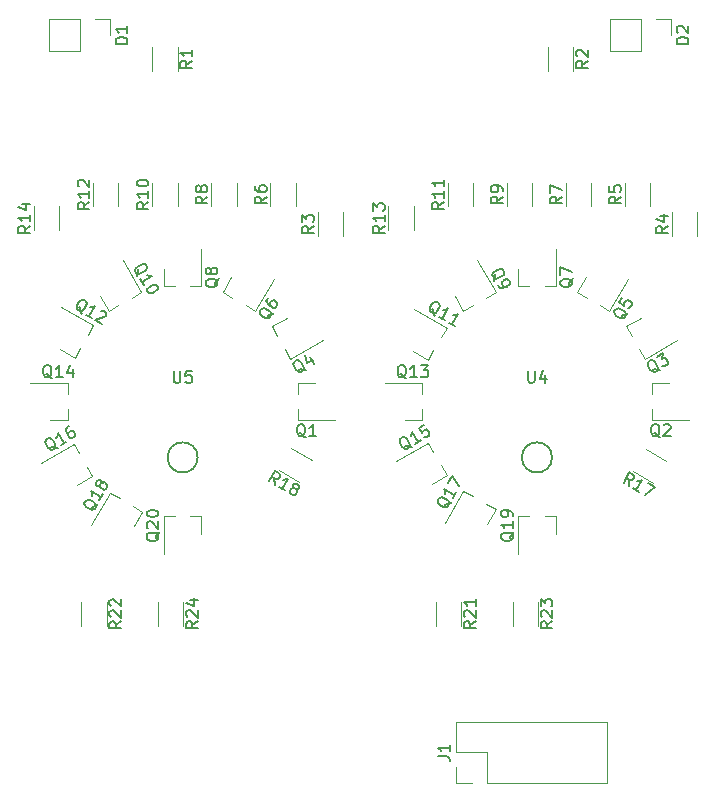
<source format=gto>
G04 #@! TF.GenerationSoftware,KiCad,Pcbnew,(5.0.0-rc2-dev-756-g45dad4ded)*
G04 #@! TF.CreationDate,2018-06-12T00:49:01-07:00*
G04 #@! TF.ProjectId,Mod-IN2-Nix-Dis,4D6F642D494E322D4E69782D4469732E,rev?*
G04 #@! TF.SameCoordinates,Original*
G04 #@! TF.FileFunction,Legend,Top*
G04 #@! TF.FilePolarity,Positive*
%FSLAX46Y46*%
G04 Gerber Fmt 4.6, Leading zero omitted, Abs format (unit mm)*
G04 Created by KiCad (PCBNEW (5.0.0-rc2-dev-756-g45dad4ded)) date 06/12/18 00:49:01*
%MOMM*%
%LPD*%
G01*
G04 APERTURE LIST*
%ADD10C,0.120000*%
%ADD11C,0.150000*%
G04 APERTURE END LIST*
D10*
G04 #@! TO.C,J1*
X175970000Y-123330000D02*
X175970000Y-118130000D01*
X165750000Y-123330000D02*
X175970000Y-123330000D01*
X163150000Y-118130000D02*
X175970000Y-118130000D01*
X165750000Y-123330000D02*
X165750000Y-120730000D01*
X165750000Y-120730000D02*
X163150000Y-120730000D01*
X163150000Y-120730000D02*
X163150000Y-118130000D01*
X164480000Y-123330000D02*
X163150000Y-123330000D01*
X163150000Y-123330000D02*
X163150000Y-122000000D01*
G04 #@! TO.C,Q1*
X149740000Y-89420000D02*
X149740000Y-90350000D01*
X149740000Y-92580000D02*
X149740000Y-91650000D01*
X149740000Y-92580000D02*
X152900000Y-92580000D01*
X149740000Y-89420000D02*
X151200000Y-89420000D01*
G04 #@! TO.C,Q2*
X179740000Y-89420000D02*
X179740000Y-90350000D01*
X179740000Y-92580000D02*
X179740000Y-91650000D01*
X179740000Y-92580000D02*
X182900000Y-92580000D01*
X179740000Y-89420000D02*
X181200000Y-89420000D01*
G04 #@! TO.C,Q3*
X177550859Y-84661680D02*
X178015859Y-85467083D01*
X179130859Y-87398320D02*
X178665859Y-86592917D01*
X179130859Y-87398320D02*
X181867499Y-85818320D01*
X177550859Y-84661680D02*
X178815256Y-83931680D01*
G04 #@! TO.C,Q4*
X147550859Y-84661680D02*
X148015859Y-85467083D01*
X149130859Y-87398320D02*
X148665859Y-86592917D01*
X149130859Y-87398320D02*
X151867499Y-85818320D01*
X147550859Y-84661680D02*
X148815256Y-83931680D01*
G04 #@! TO.C,Q5*
X173401680Y-81769141D02*
X174207083Y-82234141D01*
X176138320Y-83349141D02*
X175332917Y-82884141D01*
X176138320Y-83349141D02*
X177718320Y-80612501D01*
X173401680Y-81769141D02*
X174131680Y-80504744D01*
G04 #@! TO.C,Q6*
X143401680Y-81769141D02*
X144207083Y-82234141D01*
X146138320Y-83349141D02*
X145332917Y-82884141D01*
X146138320Y-83349141D02*
X147718320Y-80612501D01*
X143401680Y-81769141D02*
X144131680Y-80504744D01*
G04 #@! TO.C,Q7*
X168420000Y-81260000D02*
X169350000Y-81260000D01*
X171580000Y-81260000D02*
X170650000Y-81260000D01*
X171580000Y-81260000D02*
X171580000Y-78100000D01*
X168420000Y-81260000D02*
X168420000Y-79800000D01*
G04 #@! TO.C,Q8*
X138420000Y-81260000D02*
X139350000Y-81260000D01*
X141580000Y-81260000D02*
X140650000Y-81260000D01*
X141580000Y-81260000D02*
X141580000Y-78100000D01*
X138420000Y-81260000D02*
X138420000Y-79800000D01*
G04 #@! TO.C,Q9*
X163761680Y-83349141D02*
X164567083Y-82884141D01*
X166498320Y-81769141D02*
X165692917Y-82234141D01*
X166498320Y-81769141D02*
X164918320Y-79032501D01*
X163761680Y-83349141D02*
X163031680Y-82084744D01*
G04 #@! TO.C,Q10*
X133761680Y-83349141D02*
X134567083Y-82884141D01*
X136498320Y-81769141D02*
X135692917Y-82234141D01*
X136498320Y-81769141D02*
X134918320Y-79032501D01*
X133761680Y-83349141D02*
X133031680Y-82084744D01*
G04 #@! TO.C,Q11*
X160769141Y-87498320D02*
X161234141Y-86692917D01*
X162349141Y-84761680D02*
X161884141Y-85567083D01*
X162349141Y-84761680D02*
X159612501Y-83181680D01*
X160769141Y-87498320D02*
X159504744Y-86768320D01*
G04 #@! TO.C,Q12*
X130869141Y-87298320D02*
X131334141Y-86492917D01*
X132449141Y-84561680D02*
X131984141Y-85367083D01*
X132449141Y-84561680D02*
X129712501Y-82981680D01*
X130869141Y-87298320D02*
X129604744Y-86568320D01*
G04 #@! TO.C,Q13*
X160260000Y-92580000D02*
X160260000Y-91650000D01*
X160260000Y-89420000D02*
X160260000Y-90350000D01*
X160260000Y-89420000D02*
X157100000Y-89420000D01*
X160260000Y-92580000D02*
X158800000Y-92580000D01*
G04 #@! TO.C,Q14*
X130260000Y-92580000D02*
X130260000Y-91650000D01*
X130260000Y-89420000D02*
X130260000Y-90350000D01*
X130260000Y-89420000D02*
X127100000Y-89420000D01*
X130260000Y-92580000D02*
X128800000Y-92580000D01*
G04 #@! TO.C,Q15*
X162349141Y-97238320D02*
X161884141Y-96432917D01*
X160769141Y-94501680D02*
X161234141Y-95307083D01*
X160769141Y-94501680D02*
X158032501Y-96081680D01*
X162349141Y-97238320D02*
X161084744Y-97968320D01*
G04 #@! TO.C,Q16*
X132349141Y-97338320D02*
X131884141Y-96532917D01*
X130769141Y-94601680D02*
X131234141Y-95407083D01*
X130769141Y-94601680D02*
X128032501Y-96181680D01*
X132349141Y-97338320D02*
X131084744Y-98068320D01*
G04 #@! TO.C,Q17*
X166498320Y-100131821D02*
X165692917Y-99666821D01*
X163761680Y-98551821D02*
X164567083Y-99016821D01*
X163761680Y-98551821D02*
X162181680Y-101288461D01*
X166498320Y-100131821D02*
X165768320Y-101396218D01*
G04 #@! TO.C,Q18*
X136598320Y-100330859D02*
X135792917Y-99865859D01*
X133861680Y-98750859D02*
X134667083Y-99215859D01*
X133861680Y-98750859D02*
X132281680Y-101487499D01*
X136598320Y-100330859D02*
X135868320Y-101595256D01*
G04 #@! TO.C,Q19*
X171580000Y-100740000D02*
X170650000Y-100740000D01*
X168420000Y-100740000D02*
X169350000Y-100740000D01*
X168420000Y-100740000D02*
X168420000Y-103900000D01*
X171580000Y-100740000D02*
X171580000Y-102200000D01*
G04 #@! TO.C,Q20*
X141580000Y-100740000D02*
X140650000Y-100740000D01*
X138420000Y-100740000D02*
X139350000Y-100740000D01*
X138420000Y-100740000D02*
X138420000Y-103900000D01*
X141580000Y-100740000D02*
X141580000Y-102200000D01*
G04 #@! TO.C,R1*
X137430000Y-63000000D02*
X137430000Y-61000000D01*
X139570000Y-61000000D02*
X139570000Y-63000000D01*
G04 #@! TO.C,R2*
X170930000Y-63000000D02*
X170930000Y-61000000D01*
X173070000Y-61000000D02*
X173070000Y-63000000D01*
G04 #@! TO.C,R3*
X153570000Y-75000000D02*
X153570000Y-77000000D01*
X151430000Y-77000000D02*
X151430000Y-75000000D01*
G04 #@! TO.C,R4*
X183570000Y-75000000D02*
X183570000Y-77000000D01*
X181430000Y-77000000D02*
X181430000Y-75000000D01*
G04 #@! TO.C,R5*
X179570000Y-72500000D02*
X179570000Y-74500000D01*
X177430000Y-74500000D02*
X177430000Y-72500000D01*
G04 #@! TO.C,R6*
X149570000Y-72500000D02*
X149570000Y-74500000D01*
X147430000Y-74500000D02*
X147430000Y-72500000D01*
G04 #@! TO.C,R7*
X174570000Y-72500000D02*
X174570000Y-74500000D01*
X172430000Y-74500000D02*
X172430000Y-72500000D01*
G04 #@! TO.C,R8*
X144570000Y-72500000D02*
X144570000Y-74500000D01*
X142430000Y-74500000D02*
X142430000Y-72500000D01*
G04 #@! TO.C,R9*
X169570000Y-72500000D02*
X169570000Y-74500000D01*
X167430000Y-74500000D02*
X167430000Y-72500000D01*
G04 #@! TO.C,R10*
X139570000Y-72500000D02*
X139570000Y-74500000D01*
X137430000Y-74500000D02*
X137430000Y-72500000D01*
G04 #@! TO.C,R11*
X164570000Y-72500000D02*
X164570000Y-74500000D01*
X162430000Y-74500000D02*
X162430000Y-72500000D01*
G04 #@! TO.C,R12*
X134570000Y-72500000D02*
X134570000Y-74500000D01*
X132430000Y-74500000D02*
X132430000Y-72500000D01*
G04 #@! TO.C,R13*
X159570000Y-74500000D02*
X159570000Y-76500000D01*
X157430000Y-76500000D02*
X157430000Y-74500000D01*
G04 #@! TO.C,R14*
X129570000Y-74500000D02*
X129570000Y-76500000D01*
X127430000Y-76500000D02*
X127430000Y-74500000D01*
G04 #@! TO.C,R17*
X179201026Y-95073353D02*
X180933076Y-96073353D01*
X179863076Y-97926647D02*
X178131026Y-96926647D01*
G04 #@! TO.C,R18*
X149201026Y-94973353D02*
X150933076Y-95973353D01*
X149863076Y-97826647D02*
X148131026Y-96826647D01*
G04 #@! TO.C,R21*
X161430000Y-110000000D02*
X161430000Y-108000000D01*
X163570000Y-108000000D02*
X163570000Y-110000000D01*
G04 #@! TO.C,R22*
X131430000Y-110000000D02*
X131430000Y-108000000D01*
X133570000Y-108000000D02*
X133570000Y-110000000D01*
G04 #@! TO.C,R23*
X167930000Y-110000000D02*
X167930000Y-108000000D01*
X170070000Y-108000000D02*
X170070000Y-110000000D01*
G04 #@! TO.C,R24*
X137930000Y-110000000D02*
X137930000Y-108000000D01*
X140070000Y-108000000D02*
X140070000Y-110000000D01*
D11*
G04 #@! TO.C,U5*
X141274755Y-95750000D02*
G75*
G03X141274755Y-95750000I-1274755J0D01*
G01*
G04 #@! TO.C,U4*
X171274755Y-95750000D02*
G75*
G03X171274755Y-95750000I-1274755J0D01*
G01*
D10*
G04 #@! TO.C,D1*
X128670000Y-58670000D02*
X128670000Y-61330000D01*
X131270000Y-58670000D02*
X128670000Y-58670000D01*
X131270000Y-61330000D02*
X128670000Y-61330000D01*
X131270000Y-58670000D02*
X131270000Y-61330000D01*
X132540000Y-58670000D02*
X133870000Y-58670000D01*
X133870000Y-58670000D02*
X133870000Y-60000000D01*
G04 #@! TO.C,D2*
X176170000Y-58670000D02*
X176170000Y-61330000D01*
X178770000Y-58670000D02*
X176170000Y-58670000D01*
X178770000Y-61330000D02*
X176170000Y-61330000D01*
X178770000Y-58670000D02*
X178770000Y-61330000D01*
X180040000Y-58670000D02*
X181370000Y-58670000D01*
X181370000Y-58670000D02*
X181370000Y-60000000D01*
G04 #@! TO.C,J1*
D11*
X161602380Y-121063333D02*
X162316666Y-121063333D01*
X162459523Y-121110952D01*
X162554761Y-121206190D01*
X162602380Y-121349047D01*
X162602380Y-121444285D01*
X162602380Y-120063333D02*
X162602380Y-120634761D01*
X162602380Y-120349047D02*
X161602380Y-120349047D01*
X161745238Y-120444285D01*
X161840476Y-120539523D01*
X161888095Y-120634761D01*
G04 #@! TO.C,Q1*
X150404761Y-94047619D02*
X150309523Y-94000000D01*
X150214285Y-93904761D01*
X150071428Y-93761904D01*
X149976190Y-93714285D01*
X149880952Y-93714285D01*
X149928571Y-93952380D02*
X149833333Y-93904761D01*
X149738095Y-93809523D01*
X149690476Y-93619047D01*
X149690476Y-93285714D01*
X149738095Y-93095238D01*
X149833333Y-93000000D01*
X149928571Y-92952380D01*
X150119047Y-92952380D01*
X150214285Y-93000000D01*
X150309523Y-93095238D01*
X150357142Y-93285714D01*
X150357142Y-93619047D01*
X150309523Y-93809523D01*
X150214285Y-93904761D01*
X150119047Y-93952380D01*
X149928571Y-93952380D01*
X151309523Y-93952380D02*
X150738095Y-93952380D01*
X151023809Y-93952380D02*
X151023809Y-92952380D01*
X150928571Y-93095238D01*
X150833333Y-93190476D01*
X150738095Y-93238095D01*
G04 #@! TO.C,Q2*
X180404761Y-94047619D02*
X180309523Y-94000000D01*
X180214285Y-93904761D01*
X180071428Y-93761904D01*
X179976190Y-93714285D01*
X179880952Y-93714285D01*
X179928571Y-93952380D02*
X179833333Y-93904761D01*
X179738095Y-93809523D01*
X179690476Y-93619047D01*
X179690476Y-93285714D01*
X179738095Y-93095238D01*
X179833333Y-93000000D01*
X179928571Y-92952380D01*
X180119047Y-92952380D01*
X180214285Y-93000000D01*
X180309523Y-93095238D01*
X180357142Y-93285714D01*
X180357142Y-93619047D01*
X180309523Y-93809523D01*
X180214285Y-93904761D01*
X180119047Y-93952380D01*
X179928571Y-93952380D01*
X180738095Y-93047619D02*
X180785714Y-93000000D01*
X180880952Y-92952380D01*
X181119047Y-92952380D01*
X181214285Y-93000000D01*
X181261904Y-93047619D01*
X181309523Y-93142857D01*
X181309523Y-93238095D01*
X181261904Y-93380952D01*
X180690476Y-93952380D01*
X181309523Y-93952380D01*
G04 #@! TO.C,Q3*
X180440368Y-88336935D02*
X180334080Y-88343314D01*
X180203983Y-88308455D01*
X180008836Y-88256165D01*
X179902548Y-88262545D01*
X179820069Y-88310164D01*
X179980356Y-88492551D02*
X179874068Y-88498931D01*
X179743971Y-88464071D01*
X179607493Y-88322924D01*
X179440826Y-88034249D01*
X179386828Y-87845482D01*
X179421687Y-87715384D01*
X179480356Y-87626526D01*
X179645314Y-87531288D01*
X179751602Y-87524908D01*
X179881699Y-87559768D01*
X180018177Y-87700915D01*
X180184843Y-87989590D01*
X180238842Y-88178357D01*
X180203983Y-88308455D01*
X180145314Y-88397313D01*
X179980356Y-88492551D01*
X180140185Y-87245573D02*
X180676296Y-86936050D01*
X180578097Y-87432631D01*
X180701815Y-87361202D01*
X180808103Y-87354822D01*
X180873152Y-87372252D01*
X180962010Y-87430921D01*
X181081058Y-87637118D01*
X181087438Y-87743406D01*
X181070008Y-87808455D01*
X181011339Y-87897313D01*
X180763903Y-88040170D01*
X180657615Y-88046550D01*
X180592566Y-88029120D01*
G04 #@! TO.C,Q4*
X150440368Y-88336935D02*
X150334080Y-88343314D01*
X150203983Y-88308455D01*
X150008836Y-88256165D01*
X149902548Y-88262545D01*
X149820069Y-88310164D01*
X149980356Y-88492551D02*
X149874068Y-88498931D01*
X149743971Y-88464071D01*
X149607493Y-88322924D01*
X149440826Y-88034249D01*
X149386828Y-87845482D01*
X149421687Y-87715384D01*
X149480356Y-87626526D01*
X149645314Y-87531288D01*
X149751602Y-87524908D01*
X149881699Y-87559768D01*
X150018177Y-87700915D01*
X150184843Y-87989590D01*
X150238842Y-88178357D01*
X150203983Y-88308455D01*
X150145314Y-88397313D01*
X149980356Y-88492551D01*
X150760484Y-87272344D02*
X151093818Y-87849694D01*
X150363812Y-87061477D02*
X150514758Y-87799114D01*
X151050869Y-87489590D01*
G04 #@! TO.C,Q5*
X177741696Y-83507250D02*
X177652838Y-83565919D01*
X177522740Y-83600778D01*
X177327594Y-83653068D01*
X177238736Y-83711737D01*
X177191117Y-83794215D01*
X177421123Y-83872024D02*
X177332264Y-83930693D01*
X177202167Y-83965552D01*
X177013400Y-83911553D01*
X176724725Y-83744887D01*
X176583577Y-83608409D01*
X176548717Y-83478312D01*
X176555097Y-83372024D01*
X176650335Y-83207066D01*
X176739194Y-83148397D01*
X176869291Y-83113538D01*
X177058058Y-83167537D01*
X177346733Y-83334203D01*
X177487881Y-83470681D01*
X177522740Y-83600778D01*
X177516361Y-83707066D01*
X177421123Y-83872024D01*
X177221764Y-82217323D02*
X176983669Y-82629716D01*
X177372252Y-82909051D01*
X177354822Y-82844002D01*
X177361202Y-82737714D01*
X177480250Y-82531517D01*
X177569108Y-82472848D01*
X177634157Y-82455418D01*
X177740445Y-82461798D01*
X177946642Y-82580846D01*
X178005311Y-82669704D01*
X178022740Y-82734753D01*
X178016361Y-82841041D01*
X177897313Y-83047238D01*
X177808455Y-83105907D01*
X177743406Y-83123336D01*
G04 #@! TO.C,Q6*
X147741696Y-83507250D02*
X147652838Y-83565919D01*
X147522740Y-83600778D01*
X147327594Y-83653068D01*
X147238736Y-83711737D01*
X147191117Y-83794215D01*
X147421123Y-83872024D02*
X147332264Y-83930693D01*
X147202167Y-83965552D01*
X147013400Y-83911553D01*
X146724725Y-83744887D01*
X146583577Y-83608409D01*
X146548717Y-83478312D01*
X146555097Y-83372024D01*
X146650335Y-83207066D01*
X146739194Y-83148397D01*
X146869291Y-83113538D01*
X147058058Y-83167537D01*
X147346733Y-83334203D01*
X147487881Y-83470681D01*
X147522740Y-83600778D01*
X147516361Y-83707066D01*
X147421123Y-83872024D01*
X147197954Y-82258562D02*
X147102716Y-82423520D01*
X147096337Y-82529808D01*
X147113766Y-82594857D01*
X147189865Y-82748764D01*
X147331013Y-82885241D01*
X147660927Y-83075717D01*
X147767215Y-83082097D01*
X147832264Y-83064667D01*
X147921123Y-83005998D01*
X148016361Y-82841041D01*
X148022740Y-82734753D01*
X148005311Y-82669704D01*
X147946642Y-82580846D01*
X147740445Y-82461798D01*
X147634157Y-82455418D01*
X147569108Y-82472848D01*
X147480250Y-82531517D01*
X147385012Y-82696474D01*
X147378632Y-82802763D01*
X147396062Y-82867811D01*
X147454731Y-82956670D01*
G04 #@! TO.C,Q7*
X173047619Y-80595238D02*
X173000000Y-80690476D01*
X172904761Y-80785714D01*
X172761904Y-80928571D01*
X172714285Y-81023809D01*
X172714285Y-81119047D01*
X172952380Y-81071428D02*
X172904761Y-81166666D01*
X172809523Y-81261904D01*
X172619047Y-81309523D01*
X172285714Y-81309523D01*
X172095238Y-81261904D01*
X172000000Y-81166666D01*
X171952380Y-81071428D01*
X171952380Y-80880952D01*
X172000000Y-80785714D01*
X172095238Y-80690476D01*
X172285714Y-80642857D01*
X172619047Y-80642857D01*
X172809523Y-80690476D01*
X172904761Y-80785714D01*
X172952380Y-80880952D01*
X172952380Y-81071428D01*
X171952380Y-80309523D02*
X171952380Y-79642857D01*
X172952380Y-80071428D01*
G04 #@! TO.C,Q8*
X143047619Y-80595238D02*
X143000000Y-80690476D01*
X142904761Y-80785714D01*
X142761904Y-80928571D01*
X142714285Y-81023809D01*
X142714285Y-81119047D01*
X142952380Y-81071428D02*
X142904761Y-81166666D01*
X142809523Y-81261904D01*
X142619047Y-81309523D01*
X142285714Y-81309523D01*
X142095238Y-81261904D01*
X142000000Y-81166666D01*
X141952380Y-81071428D01*
X141952380Y-80880952D01*
X142000000Y-80785714D01*
X142095238Y-80690476D01*
X142285714Y-80642857D01*
X142619047Y-80642857D01*
X142809523Y-80690476D01*
X142904761Y-80785714D01*
X142952380Y-80880952D01*
X142952380Y-81071428D01*
X142380952Y-80071428D02*
X142333333Y-80166666D01*
X142285714Y-80214285D01*
X142190476Y-80261904D01*
X142142857Y-80261904D01*
X142047619Y-80214285D01*
X142000000Y-80166666D01*
X141952380Y-80071428D01*
X141952380Y-79880952D01*
X142000000Y-79785714D01*
X142047619Y-79738095D01*
X142142857Y-79690476D01*
X142190476Y-79690476D01*
X142285714Y-79738095D01*
X142333333Y-79785714D01*
X142380952Y-79880952D01*
X142380952Y-80071428D01*
X142428571Y-80166666D01*
X142476190Y-80214285D01*
X142571428Y-80261904D01*
X142761904Y-80261904D01*
X142857142Y-80214285D01*
X142904761Y-80166666D01*
X142952380Y-80071428D01*
X142952380Y-79880952D01*
X142904761Y-79785714D01*
X142857142Y-79738095D01*
X142761904Y-79690476D01*
X142571428Y-79690476D01*
X142476190Y-79738095D01*
X142428571Y-79785714D01*
X142380952Y-79880952D01*
G04 #@! TO.C,Q9*
X166393192Y-80842292D02*
X166386813Y-80736004D01*
X166421672Y-80605907D01*
X166473962Y-80410760D01*
X166467582Y-80304472D01*
X166419963Y-80221993D01*
X166237576Y-80382280D02*
X166231196Y-80275992D01*
X166266056Y-80145895D01*
X166407203Y-80009417D01*
X166695878Y-79842750D01*
X166884645Y-79788752D01*
X167014743Y-79823611D01*
X167103601Y-79882280D01*
X167198839Y-80047238D01*
X167205219Y-80153526D01*
X167170359Y-80283623D01*
X167029212Y-80420101D01*
X166740537Y-80586767D01*
X166551770Y-80640766D01*
X166421672Y-80605907D01*
X166332814Y-80547238D01*
X166237576Y-80382280D01*
X166689957Y-81165827D02*
X166785195Y-81330784D01*
X166874053Y-81389453D01*
X166939102Y-81406883D01*
X167110439Y-81417933D01*
X167299206Y-81363934D01*
X167629120Y-81173458D01*
X167687789Y-81084600D01*
X167705219Y-81019551D01*
X167698839Y-80913263D01*
X167603601Y-80748306D01*
X167514743Y-80689637D01*
X167449694Y-80672207D01*
X167343406Y-80678587D01*
X167137209Y-80797634D01*
X167078540Y-80886493D01*
X167061111Y-80951541D01*
X167067490Y-81057830D01*
X167162728Y-81222787D01*
X167251587Y-81281456D01*
X167316636Y-81298886D01*
X167422924Y-81292506D01*
G04 #@! TO.C,Q10*
X136155097Y-80429899D02*
X136148717Y-80323611D01*
X136183577Y-80193514D01*
X136235866Y-79998367D01*
X136229487Y-79892079D01*
X136181868Y-79809600D01*
X135999481Y-79969887D02*
X135993101Y-79863599D01*
X136027960Y-79733501D01*
X136169108Y-79597024D01*
X136457783Y-79430357D01*
X136646550Y-79376359D01*
X136776648Y-79411218D01*
X136865506Y-79469887D01*
X136960744Y-79634844D01*
X136967124Y-79741133D01*
X136932264Y-79871230D01*
X136791117Y-80007708D01*
X136502441Y-80174374D01*
X136313675Y-80228373D01*
X136183577Y-80193514D01*
X136094719Y-80134844D01*
X135999481Y-79969887D01*
X136689957Y-81165827D02*
X136404242Y-80670955D01*
X136547100Y-80918391D02*
X137413125Y-80418391D01*
X137241788Y-80407341D01*
X137111690Y-80372482D01*
X137022832Y-80313813D01*
X137865506Y-81201938D02*
X137913125Y-81284417D01*
X137919505Y-81390705D01*
X137902075Y-81455754D01*
X137843406Y-81544612D01*
X137702258Y-81681089D01*
X137496062Y-81800137D01*
X137307295Y-81854136D01*
X137201007Y-81860516D01*
X137135958Y-81843086D01*
X137047100Y-81784417D01*
X136999481Y-81701938D01*
X136993101Y-81595650D01*
X137010531Y-81530601D01*
X137069200Y-81441743D01*
X137210347Y-81305265D01*
X137416544Y-81186218D01*
X137605311Y-81132219D01*
X137711599Y-81125839D01*
X137776648Y-81143269D01*
X137865506Y-81201938D01*
G04 #@! TO.C,Q11*
X161382280Y-83773473D02*
X161323611Y-83684615D01*
X161288752Y-83554517D01*
X161236462Y-83359371D01*
X161177793Y-83270512D01*
X161095315Y-83222893D01*
X161017506Y-83452899D02*
X160958837Y-83364041D01*
X160923978Y-83233943D01*
X160977976Y-83045177D01*
X161144643Y-82756501D01*
X161281121Y-82615354D01*
X161411218Y-82580494D01*
X161517506Y-82586874D01*
X161682464Y-82682112D01*
X161741133Y-82770970D01*
X161775992Y-82901068D01*
X161721993Y-83089835D01*
X161555327Y-83378510D01*
X161418849Y-83519658D01*
X161288752Y-83554517D01*
X161182464Y-83548137D01*
X161017506Y-83452899D01*
X162213446Y-84143376D02*
X161718574Y-83857661D01*
X161966010Y-84000518D02*
X162466010Y-83134493D01*
X162312103Y-83210592D01*
X162182005Y-83245451D01*
X162075717Y-83239072D01*
X163038232Y-84619566D02*
X162543361Y-84333852D01*
X162790796Y-84476709D02*
X163290796Y-83610683D01*
X163136889Y-83686782D01*
X163006792Y-83721642D01*
X162900503Y-83715262D01*
G04 #@! TO.C,Q12*
X131482280Y-83573473D02*
X131423611Y-83484615D01*
X131388752Y-83354517D01*
X131336462Y-83159371D01*
X131277793Y-83070512D01*
X131195315Y-83022893D01*
X131117506Y-83252899D02*
X131058837Y-83164041D01*
X131023978Y-83033943D01*
X131077976Y-82845177D01*
X131244643Y-82556501D01*
X131381121Y-82415354D01*
X131511218Y-82380494D01*
X131617506Y-82386874D01*
X131782464Y-82482112D01*
X131841133Y-82570970D01*
X131875992Y-82701068D01*
X131821993Y-82889835D01*
X131655327Y-83178510D01*
X131518849Y-83319658D01*
X131388752Y-83354517D01*
X131282464Y-83348137D01*
X131117506Y-83252899D01*
X132313446Y-83943376D02*
X131818574Y-83657661D01*
X132066010Y-83800518D02*
X132566010Y-82934493D01*
X132412103Y-83010592D01*
X132282005Y-83045451D01*
X132175717Y-83039072D01*
X133095742Y-83350305D02*
X133160790Y-83332875D01*
X133267079Y-83339255D01*
X133473275Y-83458303D01*
X133531944Y-83547161D01*
X133549374Y-83612210D01*
X133542994Y-83718498D01*
X133495375Y-83800976D01*
X133382707Y-83900885D01*
X132602121Y-84110042D01*
X133138232Y-84419566D01*
G04 #@! TO.C,Q13*
X158928571Y-89047619D02*
X158833333Y-89000000D01*
X158738095Y-88904761D01*
X158595238Y-88761904D01*
X158500000Y-88714285D01*
X158404761Y-88714285D01*
X158452380Y-88952380D02*
X158357142Y-88904761D01*
X158261904Y-88809523D01*
X158214285Y-88619047D01*
X158214285Y-88285714D01*
X158261904Y-88095238D01*
X158357142Y-88000000D01*
X158452380Y-87952380D01*
X158642857Y-87952380D01*
X158738095Y-88000000D01*
X158833333Y-88095238D01*
X158880952Y-88285714D01*
X158880952Y-88619047D01*
X158833333Y-88809523D01*
X158738095Y-88904761D01*
X158642857Y-88952380D01*
X158452380Y-88952380D01*
X159833333Y-88952380D02*
X159261904Y-88952380D01*
X159547619Y-88952380D02*
X159547619Y-87952380D01*
X159452380Y-88095238D01*
X159357142Y-88190476D01*
X159261904Y-88238095D01*
X160166666Y-87952380D02*
X160785714Y-87952380D01*
X160452380Y-88333333D01*
X160595238Y-88333333D01*
X160690476Y-88380952D01*
X160738095Y-88428571D01*
X160785714Y-88523809D01*
X160785714Y-88761904D01*
X160738095Y-88857142D01*
X160690476Y-88904761D01*
X160595238Y-88952380D01*
X160309523Y-88952380D01*
X160214285Y-88904761D01*
X160166666Y-88857142D01*
G04 #@! TO.C,Q14*
X128928571Y-89047619D02*
X128833333Y-89000000D01*
X128738095Y-88904761D01*
X128595238Y-88761904D01*
X128500000Y-88714285D01*
X128404761Y-88714285D01*
X128452380Y-88952380D02*
X128357142Y-88904761D01*
X128261904Y-88809523D01*
X128214285Y-88619047D01*
X128214285Y-88285714D01*
X128261904Y-88095238D01*
X128357142Y-88000000D01*
X128452380Y-87952380D01*
X128642857Y-87952380D01*
X128738095Y-88000000D01*
X128833333Y-88095238D01*
X128880952Y-88285714D01*
X128880952Y-88619047D01*
X128833333Y-88809523D01*
X128738095Y-88904761D01*
X128642857Y-88952380D01*
X128452380Y-88952380D01*
X129833333Y-88952380D02*
X129261904Y-88952380D01*
X129547619Y-88952380D02*
X129547619Y-87952380D01*
X129452380Y-88095238D01*
X129357142Y-88190476D01*
X129261904Y-88238095D01*
X130690476Y-88285714D02*
X130690476Y-88952380D01*
X130452380Y-87904761D02*
X130214285Y-88619047D01*
X130833333Y-88619047D01*
G04 #@! TO.C,Q15*
X159429899Y-94844902D02*
X159323611Y-94851282D01*
X159193514Y-94816422D01*
X158998367Y-94764133D01*
X158892079Y-94770512D01*
X158809600Y-94818131D01*
X158969887Y-95000518D02*
X158863599Y-95006898D01*
X158733501Y-94972039D01*
X158597024Y-94830891D01*
X158430357Y-94542216D01*
X158376359Y-94353449D01*
X158411218Y-94223351D01*
X158469887Y-94134493D01*
X158634844Y-94039255D01*
X158741133Y-94032875D01*
X158871230Y-94067735D01*
X159007708Y-94208882D01*
X159174374Y-94497558D01*
X159228373Y-94686324D01*
X159193514Y-94816422D01*
X159134844Y-94905280D01*
X158969887Y-95000518D01*
X160165827Y-94310042D02*
X159670955Y-94595757D01*
X159918391Y-94452899D02*
X159418391Y-93586874D01*
X159407341Y-93758211D01*
X159372482Y-93888309D01*
X159313813Y-93977167D01*
X160449374Y-92991636D02*
X160036981Y-93229731D01*
X160233837Y-93665934D01*
X160251267Y-93600885D01*
X160309936Y-93512027D01*
X160516132Y-93392979D01*
X160622420Y-93386599D01*
X160687469Y-93404029D01*
X160776327Y-93462698D01*
X160895375Y-93668895D01*
X160901755Y-93775183D01*
X160884325Y-93840231D01*
X160825656Y-93929090D01*
X160619459Y-94048137D01*
X160513171Y-94054517D01*
X160448123Y-94037087D01*
G04 #@! TO.C,Q16*
X129429899Y-94944902D02*
X129323611Y-94951282D01*
X129193514Y-94916422D01*
X128998367Y-94864133D01*
X128892079Y-94870512D01*
X128809600Y-94918131D01*
X128969887Y-95100518D02*
X128863599Y-95106898D01*
X128733501Y-95072039D01*
X128597024Y-94930891D01*
X128430357Y-94642216D01*
X128376359Y-94453449D01*
X128411218Y-94323351D01*
X128469887Y-94234493D01*
X128634844Y-94139255D01*
X128741133Y-94132875D01*
X128871230Y-94167735D01*
X129007708Y-94308882D01*
X129174374Y-94597558D01*
X129228373Y-94786324D01*
X129193514Y-94916422D01*
X129134844Y-95005280D01*
X128969887Y-95100518D01*
X130165827Y-94410042D02*
X129670955Y-94695757D01*
X129918391Y-94552899D02*
X129418391Y-93686874D01*
X129407341Y-93858211D01*
X129372482Y-93988309D01*
X129313813Y-94077167D01*
X130408135Y-93115445D02*
X130243177Y-93210683D01*
X130184508Y-93299542D01*
X130167079Y-93364591D01*
X130156028Y-93535928D01*
X130210027Y-93724694D01*
X130400503Y-94054609D01*
X130489362Y-94113278D01*
X130554411Y-94130708D01*
X130660699Y-94124328D01*
X130825656Y-94029090D01*
X130884325Y-93940231D01*
X130901755Y-93875183D01*
X130895375Y-93768895D01*
X130776327Y-93562698D01*
X130687469Y-93504029D01*
X130622420Y-93486599D01*
X130516132Y-93492979D01*
X130351175Y-93588217D01*
X130292506Y-93677075D01*
X130275076Y-93742124D01*
X130281456Y-93848412D01*
G04 #@! TO.C,Q17*
X162773473Y-99518681D02*
X162684615Y-99577350D01*
X162554517Y-99612209D01*
X162359371Y-99664499D01*
X162270512Y-99723168D01*
X162222893Y-99805646D01*
X162452899Y-99883455D02*
X162364041Y-99942124D01*
X162233943Y-99976983D01*
X162045177Y-99922985D01*
X161756501Y-99756318D01*
X161615354Y-99619840D01*
X161580494Y-99489743D01*
X161586874Y-99383455D01*
X161682112Y-99218497D01*
X161770970Y-99159828D01*
X161901068Y-99124969D01*
X162089835Y-99178968D01*
X162378510Y-99345634D01*
X162519658Y-99482112D01*
X162554517Y-99612209D01*
X162548137Y-99718497D01*
X162452899Y-99883455D01*
X163143376Y-98687515D02*
X162857661Y-99182387D01*
X163000518Y-98934951D02*
X162134493Y-98434951D01*
X162210592Y-98588858D01*
X162245451Y-98718956D01*
X162239072Y-98825244D01*
X162444017Y-97898840D02*
X162777350Y-97321489D01*
X163429090Y-98192643D01*
G04 #@! TO.C,Q18*
X132873473Y-99717719D02*
X132784615Y-99776388D01*
X132654517Y-99811247D01*
X132459371Y-99863537D01*
X132370512Y-99922206D01*
X132322893Y-100004684D01*
X132552899Y-100082493D02*
X132464041Y-100141162D01*
X132333943Y-100176021D01*
X132145177Y-100122023D01*
X131856501Y-99955356D01*
X131715354Y-99818878D01*
X131680494Y-99688781D01*
X131686874Y-99582493D01*
X131782112Y-99417535D01*
X131870970Y-99358866D01*
X132001068Y-99324007D01*
X132189835Y-99378006D01*
X132478510Y-99544672D01*
X132619658Y-99681150D01*
X132654517Y-99811247D01*
X132648137Y-99917535D01*
X132552899Y-100082493D01*
X133243376Y-98886553D02*
X132957661Y-99381425D01*
X133100518Y-99133989D02*
X132234493Y-98633989D01*
X132310592Y-98787896D01*
X132345451Y-98917994D01*
X132339072Y-99024282D01*
X133034218Y-98105967D02*
X132945360Y-98164636D01*
X132880311Y-98182066D01*
X132774023Y-98175686D01*
X132732784Y-98151876D01*
X132674114Y-98063018D01*
X132656685Y-97997969D01*
X132663064Y-97891681D01*
X132758303Y-97726724D01*
X132847161Y-97668055D01*
X132912210Y-97650625D01*
X133018498Y-97657005D01*
X133059737Y-97680814D01*
X133118406Y-97769673D01*
X133135836Y-97834722D01*
X133129456Y-97941010D01*
X133034218Y-98105967D01*
X133027838Y-98212255D01*
X133045268Y-98277304D01*
X133103937Y-98366162D01*
X133268895Y-98461400D01*
X133375183Y-98467780D01*
X133440231Y-98450350D01*
X133529090Y-98391681D01*
X133624328Y-98226724D01*
X133630708Y-98120436D01*
X133613278Y-98055387D01*
X133554609Y-97966529D01*
X133389652Y-97871291D01*
X133283363Y-97864911D01*
X133218315Y-97882341D01*
X133129456Y-97941010D01*
G04 #@! TO.C,Q19*
X168047619Y-102071428D02*
X168000000Y-102166666D01*
X167904761Y-102261904D01*
X167761904Y-102404761D01*
X167714285Y-102500000D01*
X167714285Y-102595238D01*
X167952380Y-102547619D02*
X167904761Y-102642857D01*
X167809523Y-102738095D01*
X167619047Y-102785714D01*
X167285714Y-102785714D01*
X167095238Y-102738095D01*
X167000000Y-102642857D01*
X166952380Y-102547619D01*
X166952380Y-102357142D01*
X167000000Y-102261904D01*
X167095238Y-102166666D01*
X167285714Y-102119047D01*
X167619047Y-102119047D01*
X167809523Y-102166666D01*
X167904761Y-102261904D01*
X167952380Y-102357142D01*
X167952380Y-102547619D01*
X167952380Y-101166666D02*
X167952380Y-101738095D01*
X167952380Y-101452380D02*
X166952380Y-101452380D01*
X167095238Y-101547619D01*
X167190476Y-101642857D01*
X167238095Y-101738095D01*
X167952380Y-100690476D02*
X167952380Y-100500000D01*
X167904761Y-100404761D01*
X167857142Y-100357142D01*
X167714285Y-100261904D01*
X167523809Y-100214285D01*
X167142857Y-100214285D01*
X167047619Y-100261904D01*
X167000000Y-100309523D01*
X166952380Y-100404761D01*
X166952380Y-100595238D01*
X167000000Y-100690476D01*
X167047619Y-100738095D01*
X167142857Y-100785714D01*
X167380952Y-100785714D01*
X167476190Y-100738095D01*
X167523809Y-100690476D01*
X167571428Y-100595238D01*
X167571428Y-100404761D01*
X167523809Y-100309523D01*
X167476190Y-100261904D01*
X167380952Y-100214285D01*
G04 #@! TO.C,Q20*
X138047619Y-102071428D02*
X138000000Y-102166666D01*
X137904761Y-102261904D01*
X137761904Y-102404761D01*
X137714285Y-102500000D01*
X137714285Y-102595238D01*
X137952380Y-102547619D02*
X137904761Y-102642857D01*
X137809523Y-102738095D01*
X137619047Y-102785714D01*
X137285714Y-102785714D01*
X137095238Y-102738095D01*
X137000000Y-102642857D01*
X136952380Y-102547619D01*
X136952380Y-102357142D01*
X137000000Y-102261904D01*
X137095238Y-102166666D01*
X137285714Y-102119047D01*
X137619047Y-102119047D01*
X137809523Y-102166666D01*
X137904761Y-102261904D01*
X137952380Y-102357142D01*
X137952380Y-102547619D01*
X137047619Y-101738095D02*
X137000000Y-101690476D01*
X136952380Y-101595238D01*
X136952380Y-101357142D01*
X137000000Y-101261904D01*
X137047619Y-101214285D01*
X137142857Y-101166666D01*
X137238095Y-101166666D01*
X137380952Y-101214285D01*
X137952380Y-101785714D01*
X137952380Y-101166666D01*
X136952380Y-100547619D02*
X136952380Y-100452380D01*
X137000000Y-100357142D01*
X137047619Y-100309523D01*
X137142857Y-100261904D01*
X137333333Y-100214285D01*
X137571428Y-100214285D01*
X137761904Y-100261904D01*
X137857142Y-100309523D01*
X137904761Y-100357142D01*
X137952380Y-100452380D01*
X137952380Y-100547619D01*
X137904761Y-100642857D01*
X137857142Y-100690476D01*
X137761904Y-100738095D01*
X137571428Y-100785714D01*
X137333333Y-100785714D01*
X137142857Y-100738095D01*
X137047619Y-100690476D01*
X137000000Y-100642857D01*
X136952380Y-100547619D01*
G04 #@! TO.C,R1*
X140802380Y-62166666D02*
X140326190Y-62500000D01*
X140802380Y-62738095D02*
X139802380Y-62738095D01*
X139802380Y-62357142D01*
X139850000Y-62261904D01*
X139897619Y-62214285D01*
X139992857Y-62166666D01*
X140135714Y-62166666D01*
X140230952Y-62214285D01*
X140278571Y-62261904D01*
X140326190Y-62357142D01*
X140326190Y-62738095D01*
X140802380Y-61214285D02*
X140802380Y-61785714D01*
X140802380Y-61500000D02*
X139802380Y-61500000D01*
X139945238Y-61595238D01*
X140040476Y-61690476D01*
X140088095Y-61785714D01*
G04 #@! TO.C,R2*
X174302380Y-62166666D02*
X173826190Y-62500000D01*
X174302380Y-62738095D02*
X173302380Y-62738095D01*
X173302380Y-62357142D01*
X173350000Y-62261904D01*
X173397619Y-62214285D01*
X173492857Y-62166666D01*
X173635714Y-62166666D01*
X173730952Y-62214285D01*
X173778571Y-62261904D01*
X173826190Y-62357142D01*
X173826190Y-62738095D01*
X173397619Y-61785714D02*
X173350000Y-61738095D01*
X173302380Y-61642857D01*
X173302380Y-61404761D01*
X173350000Y-61309523D01*
X173397619Y-61261904D01*
X173492857Y-61214285D01*
X173588095Y-61214285D01*
X173730952Y-61261904D01*
X174302380Y-61833333D01*
X174302380Y-61214285D01*
G04 #@! TO.C,R3*
X151102380Y-76166666D02*
X150626190Y-76500000D01*
X151102380Y-76738095D02*
X150102380Y-76738095D01*
X150102380Y-76357142D01*
X150150000Y-76261904D01*
X150197619Y-76214285D01*
X150292857Y-76166666D01*
X150435714Y-76166666D01*
X150530952Y-76214285D01*
X150578571Y-76261904D01*
X150626190Y-76357142D01*
X150626190Y-76738095D01*
X150102380Y-75833333D02*
X150102380Y-75214285D01*
X150483333Y-75547619D01*
X150483333Y-75404761D01*
X150530952Y-75309523D01*
X150578571Y-75261904D01*
X150673809Y-75214285D01*
X150911904Y-75214285D01*
X151007142Y-75261904D01*
X151054761Y-75309523D01*
X151102380Y-75404761D01*
X151102380Y-75690476D01*
X151054761Y-75785714D01*
X151007142Y-75833333D01*
G04 #@! TO.C,R4*
X181102380Y-76166666D02*
X180626190Y-76500000D01*
X181102380Y-76738095D02*
X180102380Y-76738095D01*
X180102380Y-76357142D01*
X180150000Y-76261904D01*
X180197619Y-76214285D01*
X180292857Y-76166666D01*
X180435714Y-76166666D01*
X180530952Y-76214285D01*
X180578571Y-76261904D01*
X180626190Y-76357142D01*
X180626190Y-76738095D01*
X180435714Y-75309523D02*
X181102380Y-75309523D01*
X180054761Y-75547619D02*
X180769047Y-75785714D01*
X180769047Y-75166666D01*
G04 #@! TO.C,R5*
X177102380Y-73666666D02*
X176626190Y-74000000D01*
X177102380Y-74238095D02*
X176102380Y-74238095D01*
X176102380Y-73857142D01*
X176150000Y-73761904D01*
X176197619Y-73714285D01*
X176292857Y-73666666D01*
X176435714Y-73666666D01*
X176530952Y-73714285D01*
X176578571Y-73761904D01*
X176626190Y-73857142D01*
X176626190Y-74238095D01*
X176102380Y-72761904D02*
X176102380Y-73238095D01*
X176578571Y-73285714D01*
X176530952Y-73238095D01*
X176483333Y-73142857D01*
X176483333Y-72904761D01*
X176530952Y-72809523D01*
X176578571Y-72761904D01*
X176673809Y-72714285D01*
X176911904Y-72714285D01*
X177007142Y-72761904D01*
X177054761Y-72809523D01*
X177102380Y-72904761D01*
X177102380Y-73142857D01*
X177054761Y-73238095D01*
X177007142Y-73285714D01*
G04 #@! TO.C,R6*
X147102380Y-73666666D02*
X146626190Y-74000000D01*
X147102380Y-74238095D02*
X146102380Y-74238095D01*
X146102380Y-73857142D01*
X146150000Y-73761904D01*
X146197619Y-73714285D01*
X146292857Y-73666666D01*
X146435714Y-73666666D01*
X146530952Y-73714285D01*
X146578571Y-73761904D01*
X146626190Y-73857142D01*
X146626190Y-74238095D01*
X146102380Y-72809523D02*
X146102380Y-73000000D01*
X146150000Y-73095238D01*
X146197619Y-73142857D01*
X146340476Y-73238095D01*
X146530952Y-73285714D01*
X146911904Y-73285714D01*
X147007142Y-73238095D01*
X147054761Y-73190476D01*
X147102380Y-73095238D01*
X147102380Y-72904761D01*
X147054761Y-72809523D01*
X147007142Y-72761904D01*
X146911904Y-72714285D01*
X146673809Y-72714285D01*
X146578571Y-72761904D01*
X146530952Y-72809523D01*
X146483333Y-72904761D01*
X146483333Y-73095238D01*
X146530952Y-73190476D01*
X146578571Y-73238095D01*
X146673809Y-73285714D01*
G04 #@! TO.C,R7*
X172102380Y-73666666D02*
X171626190Y-74000000D01*
X172102380Y-74238095D02*
X171102380Y-74238095D01*
X171102380Y-73857142D01*
X171150000Y-73761904D01*
X171197619Y-73714285D01*
X171292857Y-73666666D01*
X171435714Y-73666666D01*
X171530952Y-73714285D01*
X171578571Y-73761904D01*
X171626190Y-73857142D01*
X171626190Y-74238095D01*
X171102380Y-73333333D02*
X171102380Y-72666666D01*
X172102380Y-73095238D01*
G04 #@! TO.C,R8*
X142102380Y-73666666D02*
X141626190Y-74000000D01*
X142102380Y-74238095D02*
X141102380Y-74238095D01*
X141102380Y-73857142D01*
X141150000Y-73761904D01*
X141197619Y-73714285D01*
X141292857Y-73666666D01*
X141435714Y-73666666D01*
X141530952Y-73714285D01*
X141578571Y-73761904D01*
X141626190Y-73857142D01*
X141626190Y-74238095D01*
X141530952Y-73095238D02*
X141483333Y-73190476D01*
X141435714Y-73238095D01*
X141340476Y-73285714D01*
X141292857Y-73285714D01*
X141197619Y-73238095D01*
X141150000Y-73190476D01*
X141102380Y-73095238D01*
X141102380Y-72904761D01*
X141150000Y-72809523D01*
X141197619Y-72761904D01*
X141292857Y-72714285D01*
X141340476Y-72714285D01*
X141435714Y-72761904D01*
X141483333Y-72809523D01*
X141530952Y-72904761D01*
X141530952Y-73095238D01*
X141578571Y-73190476D01*
X141626190Y-73238095D01*
X141721428Y-73285714D01*
X141911904Y-73285714D01*
X142007142Y-73238095D01*
X142054761Y-73190476D01*
X142102380Y-73095238D01*
X142102380Y-72904761D01*
X142054761Y-72809523D01*
X142007142Y-72761904D01*
X141911904Y-72714285D01*
X141721428Y-72714285D01*
X141626190Y-72761904D01*
X141578571Y-72809523D01*
X141530952Y-72904761D01*
G04 #@! TO.C,R9*
X167102380Y-73666666D02*
X166626190Y-74000000D01*
X167102380Y-74238095D02*
X166102380Y-74238095D01*
X166102380Y-73857142D01*
X166150000Y-73761904D01*
X166197619Y-73714285D01*
X166292857Y-73666666D01*
X166435714Y-73666666D01*
X166530952Y-73714285D01*
X166578571Y-73761904D01*
X166626190Y-73857142D01*
X166626190Y-74238095D01*
X167102380Y-73190476D02*
X167102380Y-73000000D01*
X167054761Y-72904761D01*
X167007142Y-72857142D01*
X166864285Y-72761904D01*
X166673809Y-72714285D01*
X166292857Y-72714285D01*
X166197619Y-72761904D01*
X166150000Y-72809523D01*
X166102380Y-72904761D01*
X166102380Y-73095238D01*
X166150000Y-73190476D01*
X166197619Y-73238095D01*
X166292857Y-73285714D01*
X166530952Y-73285714D01*
X166626190Y-73238095D01*
X166673809Y-73190476D01*
X166721428Y-73095238D01*
X166721428Y-72904761D01*
X166673809Y-72809523D01*
X166626190Y-72761904D01*
X166530952Y-72714285D01*
G04 #@! TO.C,R10*
X137102380Y-74142857D02*
X136626190Y-74476190D01*
X137102380Y-74714285D02*
X136102380Y-74714285D01*
X136102380Y-74333333D01*
X136150000Y-74238095D01*
X136197619Y-74190476D01*
X136292857Y-74142857D01*
X136435714Y-74142857D01*
X136530952Y-74190476D01*
X136578571Y-74238095D01*
X136626190Y-74333333D01*
X136626190Y-74714285D01*
X137102380Y-73190476D02*
X137102380Y-73761904D01*
X137102380Y-73476190D02*
X136102380Y-73476190D01*
X136245238Y-73571428D01*
X136340476Y-73666666D01*
X136388095Y-73761904D01*
X136102380Y-72571428D02*
X136102380Y-72476190D01*
X136150000Y-72380952D01*
X136197619Y-72333333D01*
X136292857Y-72285714D01*
X136483333Y-72238095D01*
X136721428Y-72238095D01*
X136911904Y-72285714D01*
X137007142Y-72333333D01*
X137054761Y-72380952D01*
X137102380Y-72476190D01*
X137102380Y-72571428D01*
X137054761Y-72666666D01*
X137007142Y-72714285D01*
X136911904Y-72761904D01*
X136721428Y-72809523D01*
X136483333Y-72809523D01*
X136292857Y-72761904D01*
X136197619Y-72714285D01*
X136150000Y-72666666D01*
X136102380Y-72571428D01*
G04 #@! TO.C,R11*
X162102380Y-74142857D02*
X161626190Y-74476190D01*
X162102380Y-74714285D02*
X161102380Y-74714285D01*
X161102380Y-74333333D01*
X161150000Y-74238095D01*
X161197619Y-74190476D01*
X161292857Y-74142857D01*
X161435714Y-74142857D01*
X161530952Y-74190476D01*
X161578571Y-74238095D01*
X161626190Y-74333333D01*
X161626190Y-74714285D01*
X162102380Y-73190476D02*
X162102380Y-73761904D01*
X162102380Y-73476190D02*
X161102380Y-73476190D01*
X161245238Y-73571428D01*
X161340476Y-73666666D01*
X161388095Y-73761904D01*
X162102380Y-72238095D02*
X162102380Y-72809523D01*
X162102380Y-72523809D02*
X161102380Y-72523809D01*
X161245238Y-72619047D01*
X161340476Y-72714285D01*
X161388095Y-72809523D01*
G04 #@! TO.C,R12*
X132102380Y-74142857D02*
X131626190Y-74476190D01*
X132102380Y-74714285D02*
X131102380Y-74714285D01*
X131102380Y-74333333D01*
X131150000Y-74238095D01*
X131197619Y-74190476D01*
X131292857Y-74142857D01*
X131435714Y-74142857D01*
X131530952Y-74190476D01*
X131578571Y-74238095D01*
X131626190Y-74333333D01*
X131626190Y-74714285D01*
X132102380Y-73190476D02*
X132102380Y-73761904D01*
X132102380Y-73476190D02*
X131102380Y-73476190D01*
X131245238Y-73571428D01*
X131340476Y-73666666D01*
X131388095Y-73761904D01*
X131197619Y-72809523D02*
X131150000Y-72761904D01*
X131102380Y-72666666D01*
X131102380Y-72428571D01*
X131150000Y-72333333D01*
X131197619Y-72285714D01*
X131292857Y-72238095D01*
X131388095Y-72238095D01*
X131530952Y-72285714D01*
X132102380Y-72857142D01*
X132102380Y-72238095D01*
G04 #@! TO.C,R13*
X157102380Y-76142857D02*
X156626190Y-76476190D01*
X157102380Y-76714285D02*
X156102380Y-76714285D01*
X156102380Y-76333333D01*
X156150000Y-76238095D01*
X156197619Y-76190476D01*
X156292857Y-76142857D01*
X156435714Y-76142857D01*
X156530952Y-76190476D01*
X156578571Y-76238095D01*
X156626190Y-76333333D01*
X156626190Y-76714285D01*
X157102380Y-75190476D02*
X157102380Y-75761904D01*
X157102380Y-75476190D02*
X156102380Y-75476190D01*
X156245238Y-75571428D01*
X156340476Y-75666666D01*
X156388095Y-75761904D01*
X156102380Y-74857142D02*
X156102380Y-74238095D01*
X156483333Y-74571428D01*
X156483333Y-74428571D01*
X156530952Y-74333333D01*
X156578571Y-74285714D01*
X156673809Y-74238095D01*
X156911904Y-74238095D01*
X157007142Y-74285714D01*
X157054761Y-74333333D01*
X157102380Y-74428571D01*
X157102380Y-74714285D01*
X157054761Y-74809523D01*
X157007142Y-74857142D01*
G04 #@! TO.C,R14*
X127102380Y-76142857D02*
X126626190Y-76476190D01*
X127102380Y-76714285D02*
X126102380Y-76714285D01*
X126102380Y-76333333D01*
X126150000Y-76238095D01*
X126197619Y-76190476D01*
X126292857Y-76142857D01*
X126435714Y-76142857D01*
X126530952Y-76190476D01*
X126578571Y-76238095D01*
X126626190Y-76333333D01*
X126626190Y-76714285D01*
X127102380Y-75190476D02*
X127102380Y-75761904D01*
X127102380Y-75476190D02*
X126102380Y-75476190D01*
X126245238Y-75571428D01*
X126340476Y-75666666D01*
X126388095Y-75761904D01*
X126435714Y-74333333D02*
X127102380Y-74333333D01*
X126054761Y-74571428D02*
X126769047Y-74809523D01*
X126769047Y-74190476D01*
G04 #@! TO.C,R17*
X177824129Y-98172491D02*
X177773550Y-97593432D01*
X177329258Y-97886777D02*
X177829258Y-97020752D01*
X178159172Y-97211228D01*
X178217841Y-97300086D01*
X178235271Y-97365135D01*
X178228891Y-97471423D01*
X178157463Y-97595141D01*
X178068604Y-97653810D01*
X178003556Y-97671240D01*
X177897267Y-97664860D01*
X177567353Y-97474384D01*
X178648916Y-98648682D02*
X178154044Y-98362968D01*
X178401480Y-98505825D02*
X178901480Y-97639799D01*
X178747572Y-97715898D01*
X178617475Y-97750758D01*
X178511187Y-97744378D01*
X179437591Y-97949323D02*
X180014941Y-98282656D01*
X179143787Y-98934396D01*
G04 #@! TO.C,R18*
X147824129Y-98072491D02*
X147773550Y-97493432D01*
X147329258Y-97786777D02*
X147829258Y-96920752D01*
X148159172Y-97111228D01*
X148217841Y-97200086D01*
X148235271Y-97265135D01*
X148228891Y-97371423D01*
X148157463Y-97495141D01*
X148068604Y-97553810D01*
X148003556Y-97571240D01*
X147897267Y-97564860D01*
X147567353Y-97374384D01*
X148648916Y-98548682D02*
X148154044Y-98262968D01*
X148401480Y-98405825D02*
X148901480Y-97539799D01*
X148747572Y-97615898D01*
X148617475Y-97650758D01*
X148511187Y-97644378D01*
X149429501Y-98339524D02*
X149370832Y-98250666D01*
X149353403Y-98185617D01*
X149359782Y-98079329D01*
X149383592Y-98038090D01*
X149472450Y-97979421D01*
X149537499Y-97961991D01*
X149643787Y-97968371D01*
X149808744Y-98063609D01*
X149867413Y-98152467D01*
X149884843Y-98217516D01*
X149878464Y-98323804D01*
X149854654Y-98365043D01*
X149765796Y-98423712D01*
X149700747Y-98441142D01*
X149594459Y-98434763D01*
X149429501Y-98339524D01*
X149323213Y-98333145D01*
X149258164Y-98350574D01*
X149169306Y-98409244D01*
X149074068Y-98574201D01*
X149067688Y-98680489D01*
X149085118Y-98745538D01*
X149143787Y-98834396D01*
X149308744Y-98929634D01*
X149415033Y-98936014D01*
X149480081Y-98918584D01*
X149568940Y-98859915D01*
X149664178Y-98694958D01*
X149670558Y-98588670D01*
X149653128Y-98523621D01*
X149594459Y-98434763D01*
G04 #@! TO.C,R21*
X164802380Y-109642857D02*
X164326190Y-109976190D01*
X164802380Y-110214285D02*
X163802380Y-110214285D01*
X163802380Y-109833333D01*
X163850000Y-109738095D01*
X163897619Y-109690476D01*
X163992857Y-109642857D01*
X164135714Y-109642857D01*
X164230952Y-109690476D01*
X164278571Y-109738095D01*
X164326190Y-109833333D01*
X164326190Y-110214285D01*
X163897619Y-109261904D02*
X163850000Y-109214285D01*
X163802380Y-109119047D01*
X163802380Y-108880952D01*
X163850000Y-108785714D01*
X163897619Y-108738095D01*
X163992857Y-108690476D01*
X164088095Y-108690476D01*
X164230952Y-108738095D01*
X164802380Y-109309523D01*
X164802380Y-108690476D01*
X164802380Y-107738095D02*
X164802380Y-108309523D01*
X164802380Y-108023809D02*
X163802380Y-108023809D01*
X163945238Y-108119047D01*
X164040476Y-108214285D01*
X164088095Y-108309523D01*
G04 #@! TO.C,R22*
X134802380Y-109642857D02*
X134326190Y-109976190D01*
X134802380Y-110214285D02*
X133802380Y-110214285D01*
X133802380Y-109833333D01*
X133850000Y-109738095D01*
X133897619Y-109690476D01*
X133992857Y-109642857D01*
X134135714Y-109642857D01*
X134230952Y-109690476D01*
X134278571Y-109738095D01*
X134326190Y-109833333D01*
X134326190Y-110214285D01*
X133897619Y-109261904D02*
X133850000Y-109214285D01*
X133802380Y-109119047D01*
X133802380Y-108880952D01*
X133850000Y-108785714D01*
X133897619Y-108738095D01*
X133992857Y-108690476D01*
X134088095Y-108690476D01*
X134230952Y-108738095D01*
X134802380Y-109309523D01*
X134802380Y-108690476D01*
X133897619Y-108309523D02*
X133850000Y-108261904D01*
X133802380Y-108166666D01*
X133802380Y-107928571D01*
X133850000Y-107833333D01*
X133897619Y-107785714D01*
X133992857Y-107738095D01*
X134088095Y-107738095D01*
X134230952Y-107785714D01*
X134802380Y-108357142D01*
X134802380Y-107738095D01*
G04 #@! TO.C,R23*
X171302380Y-109642857D02*
X170826190Y-109976190D01*
X171302380Y-110214285D02*
X170302380Y-110214285D01*
X170302380Y-109833333D01*
X170350000Y-109738095D01*
X170397619Y-109690476D01*
X170492857Y-109642857D01*
X170635714Y-109642857D01*
X170730952Y-109690476D01*
X170778571Y-109738095D01*
X170826190Y-109833333D01*
X170826190Y-110214285D01*
X170397619Y-109261904D02*
X170350000Y-109214285D01*
X170302380Y-109119047D01*
X170302380Y-108880952D01*
X170350000Y-108785714D01*
X170397619Y-108738095D01*
X170492857Y-108690476D01*
X170588095Y-108690476D01*
X170730952Y-108738095D01*
X171302380Y-109309523D01*
X171302380Y-108690476D01*
X170302380Y-108357142D02*
X170302380Y-107738095D01*
X170683333Y-108071428D01*
X170683333Y-107928571D01*
X170730952Y-107833333D01*
X170778571Y-107785714D01*
X170873809Y-107738095D01*
X171111904Y-107738095D01*
X171207142Y-107785714D01*
X171254761Y-107833333D01*
X171302380Y-107928571D01*
X171302380Y-108214285D01*
X171254761Y-108309523D01*
X171207142Y-108357142D01*
G04 #@! TO.C,R24*
X141302380Y-109642857D02*
X140826190Y-109976190D01*
X141302380Y-110214285D02*
X140302380Y-110214285D01*
X140302380Y-109833333D01*
X140350000Y-109738095D01*
X140397619Y-109690476D01*
X140492857Y-109642857D01*
X140635714Y-109642857D01*
X140730952Y-109690476D01*
X140778571Y-109738095D01*
X140826190Y-109833333D01*
X140826190Y-110214285D01*
X140397619Y-109261904D02*
X140350000Y-109214285D01*
X140302380Y-109119047D01*
X140302380Y-108880952D01*
X140350000Y-108785714D01*
X140397619Y-108738095D01*
X140492857Y-108690476D01*
X140588095Y-108690476D01*
X140730952Y-108738095D01*
X141302380Y-109309523D01*
X141302380Y-108690476D01*
X140635714Y-107833333D02*
X141302380Y-107833333D01*
X140254761Y-108071428D02*
X140969047Y-108309523D01*
X140969047Y-107690476D01*
G04 #@! TO.C,U5*
X139238095Y-88420380D02*
X139238095Y-89229904D01*
X139285714Y-89325142D01*
X139333333Y-89372761D01*
X139428571Y-89420380D01*
X139619047Y-89420380D01*
X139714285Y-89372761D01*
X139761904Y-89325142D01*
X139809523Y-89229904D01*
X139809523Y-88420380D01*
X140761904Y-88420380D02*
X140285714Y-88420380D01*
X140238095Y-88896571D01*
X140285714Y-88848952D01*
X140380952Y-88801333D01*
X140619047Y-88801333D01*
X140714285Y-88848952D01*
X140761904Y-88896571D01*
X140809523Y-88991809D01*
X140809523Y-89229904D01*
X140761904Y-89325142D01*
X140714285Y-89372761D01*
X140619047Y-89420380D01*
X140380952Y-89420380D01*
X140285714Y-89372761D01*
X140238095Y-89325142D01*
G04 #@! TO.C,U4*
X169238095Y-88420380D02*
X169238095Y-89229904D01*
X169285714Y-89325142D01*
X169333333Y-89372761D01*
X169428571Y-89420380D01*
X169619047Y-89420380D01*
X169714285Y-89372761D01*
X169761904Y-89325142D01*
X169809523Y-89229904D01*
X169809523Y-88420380D01*
X170714285Y-88753714D02*
X170714285Y-89420380D01*
X170476190Y-88372761D02*
X170238095Y-89087047D01*
X170857142Y-89087047D01*
G04 #@! TO.C,D1*
X135322380Y-60738095D02*
X134322380Y-60738095D01*
X134322380Y-60500000D01*
X134370000Y-60357142D01*
X134465238Y-60261904D01*
X134560476Y-60214285D01*
X134750952Y-60166666D01*
X134893809Y-60166666D01*
X135084285Y-60214285D01*
X135179523Y-60261904D01*
X135274761Y-60357142D01*
X135322380Y-60500000D01*
X135322380Y-60738095D01*
X135322380Y-59214285D02*
X135322380Y-59785714D01*
X135322380Y-59500000D02*
X134322380Y-59500000D01*
X134465238Y-59595238D01*
X134560476Y-59690476D01*
X134608095Y-59785714D01*
G04 #@! TO.C,D2*
X182822380Y-60738095D02*
X181822380Y-60738095D01*
X181822380Y-60500000D01*
X181870000Y-60357142D01*
X181965238Y-60261904D01*
X182060476Y-60214285D01*
X182250952Y-60166666D01*
X182393809Y-60166666D01*
X182584285Y-60214285D01*
X182679523Y-60261904D01*
X182774761Y-60357142D01*
X182822380Y-60500000D01*
X182822380Y-60738095D01*
X181917619Y-59785714D02*
X181870000Y-59738095D01*
X181822380Y-59642857D01*
X181822380Y-59404761D01*
X181870000Y-59309523D01*
X181917619Y-59261904D01*
X182012857Y-59214285D01*
X182108095Y-59214285D01*
X182250952Y-59261904D01*
X182822380Y-59833333D01*
X182822380Y-59214285D01*
G04 #@! TD*
M02*

</source>
